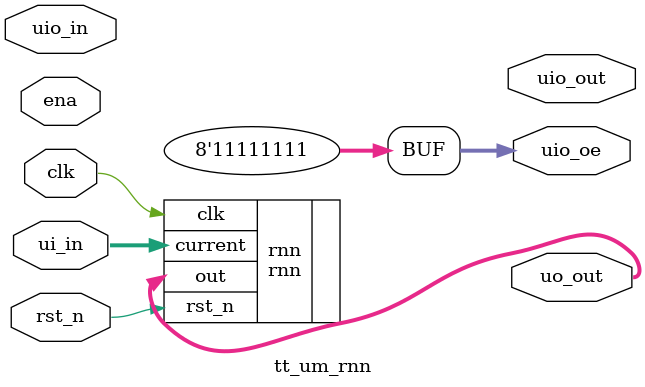
<source format=v>
`default_nettype none

module tt_um_rnn (
    input  wire [7:0] ui_in,    // Dedicated inputs - connected to the input switches
    output wire [7:0] uo_out,   // Dedicated outputs - connected to the 7 segment display
    input  wire [7:0] uio_in,   // IOs: Bidirectional Input path
    output wire [7:0] uio_out,  // IOs: Bidirectional Output path
    output wire [7:0] uio_oe,   // IOs: Bidirectional Enable path (active high: 0=input, 1=output)
    input  wire       ena,      // will go high when the design is enabled
    input  wire       clk,      // clock
    input  wire       rst_n     // reset_n - low to reset
);


    // use bidirectionals as outputs
    assign uio_oe = 8'b11111111;

    // instantiate one lif neuron
    rnn rnn(.current(ui_in), .clk(clk), .rst_n(rst_n), .out(uo_out));

endmodule

</source>
